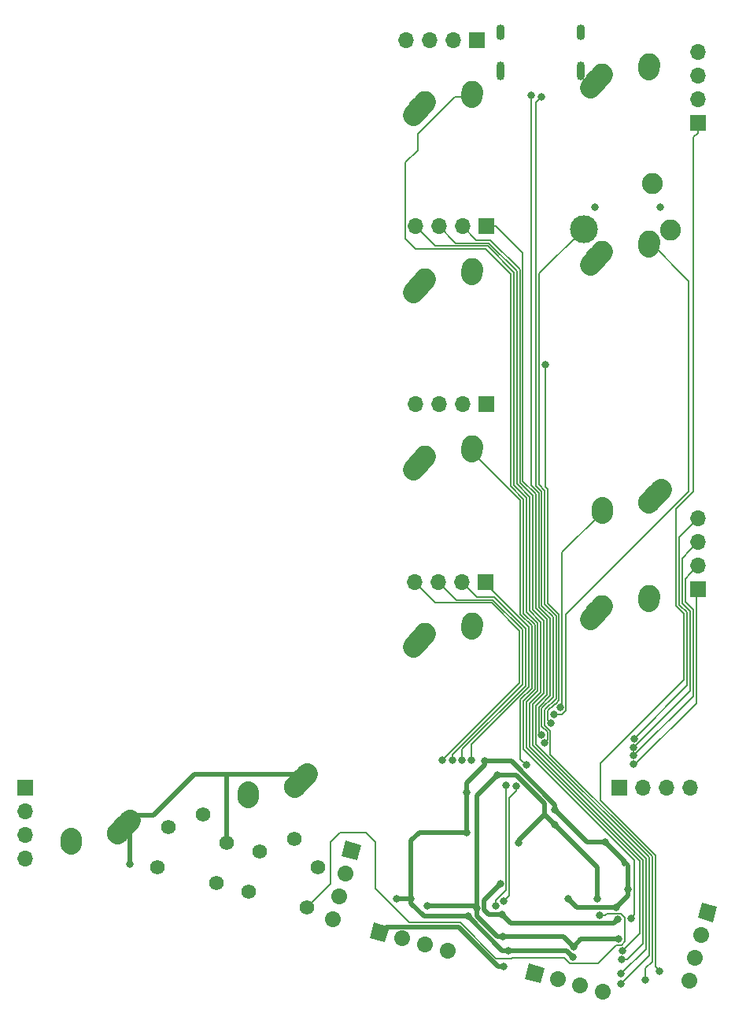
<source format=gbr>
G04 #@! TF.GenerationSoftware,KiCad,Pcbnew,(5.1.4)-1*
G04 #@! TF.CreationDate,2023-05-19T09:13:52-04:00*
G04 #@! TF.ProjectId,ThumbsUp,5468756d-6273-4557-902e-6b696361645f,rev?*
G04 #@! TF.SameCoordinates,Original*
G04 #@! TF.FileFunction,Copper,L1,Top*
G04 #@! TF.FilePolarity,Positive*
%FSLAX46Y46*%
G04 Gerber Fmt 4.6, Leading zero omitted, Abs format (unit mm)*
G04 Created by KiCad (PCBNEW (5.1.4)-1) date 2023-05-19 09:13:52*
%MOMM*%
%LPD*%
G04 APERTURE LIST*
%ADD10C,1.575000*%
%ADD11O,1.700000X1.700000*%
%ADD12R,1.700000X1.700000*%
%ADD13C,2.250000*%
%ADD14C,2.250000*%
%ADD15O,0.900000X1.700000*%
%ADD16O,0.900000X2.000000*%
%ADD17C,1.700000*%
%ADD18C,1.700000*%
%ADD19C,0.100000*%
%ADD20C,0.800000*%
%ADD21C,3.000000*%
%ADD22C,0.200000*%
%ADD23C,0.500000*%
G04 APERTURE END LIST*
D10*
X85447277Y-456655373D03*
X87998928Y-459674326D03*
X86826658Y-464018953D03*
X81723356Y-457981047D03*
X80551086Y-462325674D03*
X75669532Y-454055373D03*
X78221183Y-457074326D03*
X77048913Y-461418953D03*
X71945611Y-455381047D03*
X70773341Y-459725674D03*
D11*
X97510000Y-370820000D03*
X100050000Y-370820000D03*
X102590000Y-370820000D03*
D12*
X105130000Y-370820000D03*
D13*
X99532789Y-415512952D03*
X98877790Y-416242952D03*
D14*
X98222789Y-416972952D02*
X99532791Y-415512952D01*
D13*
X104572789Y-414432952D03*
X104552789Y-414722952D03*
D14*
X104532789Y-415012952D02*
X104572789Y-414432952D01*
D13*
X118582790Y-374420000D03*
X117927791Y-375150000D03*
D14*
X117272790Y-375880000D02*
X118582792Y-374420000D01*
D13*
X123622790Y-373340000D03*
X123602790Y-373630000D03*
D14*
X123582790Y-373920000D02*
X123622790Y-373340000D01*
D13*
X99532790Y-377400000D03*
X98877791Y-378130000D03*
D14*
X98222790Y-378860000D02*
X99532792Y-377400000D01*
D13*
X104572790Y-376320000D03*
X104552790Y-376610000D03*
D14*
X104532790Y-376900000D02*
X104572790Y-376320000D01*
D13*
X118582789Y-431562952D03*
X117927790Y-432292952D03*
D14*
X117272789Y-433022952D02*
X118582791Y-431562952D01*
D13*
X123622789Y-430482952D03*
X123602789Y-430772952D03*
D14*
X123582789Y-431062952D02*
X123622789Y-430482952D01*
D13*
X123582789Y-420512952D03*
X124237788Y-419782952D03*
D14*
X124892789Y-419052952D02*
X123582787Y-420512952D01*
D13*
X118542789Y-421592952D03*
X118562789Y-421302952D03*
D14*
X118582789Y-421012952D02*
X118542789Y-421592952D01*
D13*
X123602790Y-392672952D03*
D14*
X123582790Y-392962952D02*
X123622790Y-392382952D01*
D13*
X123622790Y-392382952D03*
X117927791Y-394192952D03*
D14*
X117272790Y-394922952D02*
X118582792Y-393462952D01*
D13*
X118582790Y-393462952D03*
X99532790Y-434562952D03*
X98877791Y-435292952D03*
D14*
X98222790Y-436022952D02*
X99532792Y-434562952D01*
D13*
X104572790Y-433482952D03*
X104552790Y-433772952D03*
D14*
X104532790Y-434062952D02*
X104572790Y-433482952D01*
D13*
X104552790Y-395672952D03*
D14*
X104532790Y-395962952D02*
X104572790Y-395382952D01*
D13*
X104572790Y-395382952D03*
X98877791Y-397192952D03*
D14*
X98222790Y-397922952D02*
X99532792Y-396462952D01*
D13*
X99532790Y-396462952D03*
X85482789Y-451062953D03*
X86137788Y-450332953D03*
D14*
X86792789Y-449602953D02*
X85482787Y-451062953D01*
D13*
X80442789Y-452142953D03*
X80462789Y-451852953D03*
D14*
X80482789Y-451562953D02*
X80442789Y-452142953D01*
D13*
X66432789Y-456062952D03*
X67087788Y-455332952D03*
D14*
X67742789Y-454602952D02*
X66432787Y-456062952D01*
D13*
X61392789Y-457142952D03*
X61412789Y-456852952D03*
D14*
X61432789Y-456562952D02*
X61392789Y-457142952D01*
D15*
X116300000Y-369925000D03*
X107660000Y-369925000D03*
D16*
X116300000Y-374095000D03*
X107660000Y-374095000D03*
D17*
X101993144Y-468685154D03*
D18*
X101993144Y-468685154D02*
X101993144Y-468685154D01*
D17*
X99539692Y-468027754D03*
D18*
X99539692Y-468027754D02*
X99539692Y-468027754D01*
D17*
X97086241Y-467370353D03*
D18*
X97086241Y-467370353D02*
X97086241Y-467370353D01*
D17*
X94632789Y-466712953D03*
D19*
G36*
X95233830Y-467753986D02*
G01*
X93591756Y-467313994D01*
X94031748Y-465671920D01*
X95673822Y-466111912D01*
X95233830Y-467753986D01*
X95233830Y-467753986D01*
G37*
D20*
X117800000Y-388725000D03*
X124800000Y-388725000D03*
D13*
X124000000Y-386200000D03*
D21*
X116600000Y-391125000D03*
D13*
X125900000Y-391250000D03*
D11*
X128876095Y-372098305D03*
X128876095Y-374638305D03*
X128876095Y-377178305D03*
D12*
X128876095Y-379718305D03*
D11*
X128940599Y-422224893D03*
X128940599Y-424764893D03*
X128940599Y-427304893D03*
D12*
X128940599Y-429844893D03*
D11*
X128068428Y-451181322D03*
X125528428Y-451181322D03*
X122988428Y-451181322D03*
D12*
X120448428Y-451181322D03*
D17*
X89627956Y-465271820D03*
D18*
X89627956Y-465271820D02*
X89627956Y-465271820D01*
D17*
X90285356Y-462818368D03*
D18*
X90285356Y-462818368D02*
X90285356Y-462818368D01*
D17*
X90942757Y-460364917D03*
D18*
X90942757Y-460364917D02*
X90942757Y-460364917D01*
D17*
X91600157Y-457911465D03*
D19*
G36*
X90559124Y-458512506D02*
G01*
X90999116Y-456870432D01*
X92641190Y-457310424D01*
X92201198Y-458952498D01*
X90559124Y-458512506D01*
X90559124Y-458512506D01*
G37*
D11*
X56532789Y-458812952D03*
X56532789Y-456272952D03*
X56532789Y-453732952D03*
D12*
X56532789Y-451192952D03*
D11*
X98376974Y-429020972D03*
X100916974Y-429020972D03*
X103456974Y-429020972D03*
D12*
X105996974Y-429020972D03*
D11*
X98509278Y-390818375D03*
X101049278Y-390818375D03*
X103589278Y-390818375D03*
D12*
X106129278Y-390818375D03*
D11*
X98534161Y-409935202D03*
X101074161Y-409935202D03*
X103614161Y-409935202D03*
D12*
X106154161Y-409935202D03*
D17*
X118693145Y-473085153D03*
D18*
X118693145Y-473085153D02*
X118693145Y-473085153D01*
D17*
X116239693Y-472427753D03*
D18*
X116239693Y-472427753D02*
X116239693Y-472427753D01*
D17*
X113786242Y-471770352D03*
D18*
X113786242Y-471770352D02*
X113786242Y-471770352D01*
D17*
X111332790Y-471112952D03*
D19*
G36*
X110731749Y-470071919D02*
G01*
X112373823Y-470511911D01*
X111933831Y-472153985D01*
X110291757Y-471713993D01*
X110731749Y-470071919D01*
X110731749Y-470071919D01*
G37*
D17*
X127932789Y-471912952D03*
D18*
X127932789Y-471912952D02*
X127932789Y-471912952D01*
D17*
X128590189Y-469459500D03*
D18*
X128590189Y-469459500D02*
X128590189Y-469459500D01*
D17*
X129247590Y-467006049D03*
D18*
X129247590Y-467006049D02*
X129247590Y-467006049D01*
D17*
X129904990Y-464552597D03*
D19*
G36*
X128863957Y-465153638D02*
G01*
X129303949Y-463511564D01*
X130946023Y-463951556D01*
X130506031Y-465593630D01*
X128863957Y-465153638D01*
X128863957Y-465153638D01*
G37*
D20*
X110975000Y-376725000D03*
X112062065Y-445485431D03*
X112075000Y-376875000D03*
X112360037Y-446363248D03*
X107787880Y-464802836D03*
X120300000Y-465325002D03*
X107620979Y-461501191D03*
X107966595Y-463325603D03*
X109350000Y-450950000D03*
X107146000Y-463880000D03*
X108276702Y-450945568D03*
X104163969Y-465000283D03*
X96490000Y-463070000D03*
X98030000Y-463070000D03*
X104040000Y-455960000D03*
X114900000Y-463100000D03*
X104036356Y-451656032D03*
X113500000Y-453550002D03*
X118875000Y-457025000D03*
X115455864Y-469344136D03*
X121399988Y-462100000D03*
X120125365Y-464045989D03*
X67742789Y-459332211D03*
X105930000Y-448280000D03*
X108508655Y-468645979D03*
X108000000Y-470400000D03*
X123250000Y-471850000D03*
X121950145Y-448655167D03*
X121947694Y-447728169D03*
X121964373Y-446801317D03*
X122000000Y-445875000D03*
X104500000Y-448199964D03*
X103519894Y-448199964D03*
X102466731Y-448199964D03*
X101422667Y-448199964D03*
X112475000Y-405650000D03*
X113050960Y-444197171D03*
X110450000Y-448725000D03*
X113370109Y-443299718D03*
X114078676Y-442527828D03*
X105083989Y-464130749D03*
X109624021Y-457092000D03*
X107908000Y-467182000D03*
X118068356Y-463081644D03*
X99800000Y-463835000D03*
X113500000Y-455125000D03*
X120350000Y-467450000D03*
X115503153Y-468225008D03*
X107300000Y-449770000D03*
X118333617Y-464859428D03*
X120625000Y-472200000D03*
X120625008Y-471175008D03*
X120708320Y-469613376D03*
X120802344Y-468691144D03*
X121679012Y-465173740D03*
X124776999Y-470875000D03*
D22*
X111762066Y-445185432D02*
X112062065Y-445485431D01*
X112970110Y-432945483D02*
X112970110Y-441277151D01*
X111762066Y-442485195D02*
X111762066Y-445185432D01*
X110975000Y-376725000D02*
X110975000Y-418680385D01*
X110975000Y-418680385D02*
X111762066Y-419467451D01*
X111762066Y-419467451D02*
X111762066Y-431737439D01*
X112970110Y-441277151D02*
X111762066Y-442485195D01*
X111762066Y-431737439D02*
X112970110Y-432945483D01*
X112689067Y-446034218D02*
X112360037Y-446363248D01*
X112075000Y-376875000D02*
X111489077Y-377460923D01*
X111489077Y-377460923D02*
X111489077Y-418731999D01*
X111489077Y-418731999D02*
X112089077Y-419331999D01*
X112089077Y-419331999D02*
X112089077Y-431601987D01*
X112089077Y-431601987D02*
X113297121Y-432810031D01*
X113297121Y-432810031D02*
X113297121Y-441412603D01*
X113297121Y-441412603D02*
X112089077Y-442620647D01*
X112089077Y-442620647D02*
X112089077Y-444584479D01*
X112689067Y-445184469D02*
X112689067Y-446034218D01*
X112089077Y-444584479D02*
X112689067Y-445184469D01*
D23*
X119875003Y-465749999D02*
X120300000Y-465325002D01*
X107787880Y-464802836D02*
X108735043Y-465749999D01*
X108735043Y-465749999D02*
X119875003Y-465749999D01*
X105860999Y-463261171D02*
X107620979Y-461501191D01*
X106410874Y-464802836D02*
X105860999Y-464252961D01*
X105860999Y-464252961D02*
X105860999Y-463261171D01*
X107787880Y-464802836D02*
X106410874Y-464802836D01*
D22*
X109350000Y-451515685D02*
X109350000Y-450950000D01*
X107966595Y-463325603D02*
X108575000Y-462717198D01*
X108575000Y-462717198D02*
X108575000Y-452290685D01*
X108575000Y-452290685D02*
X109350000Y-451515685D01*
X108247989Y-450974281D02*
X108276702Y-450945568D01*
X108247989Y-462141170D02*
X108247989Y-450974281D01*
X107146000Y-463880000D02*
X107146000Y-463243159D01*
X107146000Y-463243159D02*
X108247989Y-462141170D01*
D23*
X98030000Y-463070000D02*
X96490000Y-463070000D01*
X98890000Y-455960000D02*
X98030000Y-456820000D01*
X104040000Y-455960000D02*
X98890000Y-455960000D01*
X98030000Y-456820000D02*
X98030000Y-463070000D01*
X113500000Y-453550002D02*
X116974998Y-457025000D01*
X116974998Y-457025000D02*
X118875000Y-457025000D01*
X120800000Y-458950000D02*
X120900000Y-459050000D01*
X120900000Y-459050000D02*
X118875000Y-457025000D01*
X120900000Y-459050000D02*
X121399988Y-459549988D01*
X121399988Y-459549988D02*
X121399988Y-462100000D01*
X115845989Y-464045989D02*
X120125365Y-464045989D01*
X121399988Y-462771366D02*
X120125365Y-464045989D01*
X114900000Y-463100000D02*
X115845989Y-464045989D01*
X121399988Y-462100000D02*
X121399988Y-462771366D01*
X120900000Y-459400000D02*
X120900000Y-459050000D01*
X67742789Y-454602952D02*
X67742789Y-459332211D01*
X108795683Y-448280000D02*
X105930000Y-448280000D01*
X113500000Y-452984317D02*
X108795683Y-448280000D01*
X113500000Y-453550002D02*
X113500000Y-452984317D01*
X105930000Y-448719962D02*
X105930000Y-448280000D01*
X104040000Y-455960000D02*
X104040000Y-450609962D01*
X104040000Y-450609962D02*
X105930000Y-448719962D01*
X86792789Y-449752953D02*
X86792789Y-449602953D01*
X86739836Y-449700000D02*
X86792789Y-449752953D01*
X70300000Y-454100000D02*
X74700000Y-449700000D01*
X67742789Y-454602952D02*
X68245741Y-454100000D01*
X68245741Y-454100000D02*
X70300000Y-454100000D01*
X78221183Y-449821183D02*
X78100000Y-449700000D01*
X78221183Y-457074326D02*
X78221183Y-449821183D01*
X74700000Y-449700000D02*
X78100000Y-449700000D01*
X78100000Y-449700000D02*
X86739836Y-449700000D01*
X104163969Y-465000283D02*
X107809665Y-468645979D01*
X107942970Y-468645979D02*
X108508655Y-468645979D01*
X107809665Y-468645979D02*
X107942970Y-468645979D01*
X109074340Y-468645979D02*
X108508655Y-468645979D01*
X114757707Y-468645979D02*
X109074340Y-468645979D01*
X115455864Y-469344136D02*
X114757707Y-468645979D01*
X98030000Y-463635685D02*
X98030000Y-463070000D01*
X99394598Y-465000283D02*
X98030000Y-463635685D01*
X104163969Y-465000283D02*
X99394598Y-465000283D01*
X107403406Y-470400000D02*
X108000000Y-470400000D01*
X103146758Y-466143352D02*
X107403406Y-470400000D01*
X95356648Y-466143352D02*
X103146758Y-466143352D01*
X94632789Y-466712953D02*
X94787047Y-466712953D01*
X94787047Y-466712953D02*
X95356648Y-466143352D01*
D22*
X123947989Y-469852011D02*
X123250000Y-470550000D01*
X113016078Y-447578764D02*
X123947989Y-458510675D01*
X113016078Y-445049017D02*
X113016078Y-447578764D01*
X112416088Y-444449027D02*
X113016078Y-445049017D01*
X123947989Y-458510675D02*
X123947989Y-469852011D01*
X112416088Y-442756099D02*
X112416088Y-444449027D01*
X113624132Y-441548055D02*
X112416088Y-442756099D01*
X111816088Y-395908912D02*
X111816088Y-418596547D01*
X116600000Y-391125000D02*
X111816088Y-395908912D01*
X111816088Y-418596547D02*
X112416088Y-419196547D01*
X112416088Y-419196547D02*
X112416088Y-431466535D01*
X112416088Y-431466535D02*
X113624132Y-432674579D01*
X123250000Y-470550000D02*
X123250000Y-471850000D01*
X113624132Y-432674579D02*
X113624132Y-441548055D01*
X128700000Y-430085492D02*
X128940599Y-429844893D01*
X121950145Y-448655167D02*
X122144833Y-448655167D01*
X122144833Y-448655167D02*
X128700000Y-442100000D01*
X128700000Y-442100000D02*
X128700000Y-430085492D01*
X121947694Y-447728169D02*
X128372989Y-441302874D01*
X127554022Y-428691470D02*
X128090600Y-428154892D01*
X128372989Y-432023065D02*
X127554022Y-431204098D01*
X128372989Y-441302874D02*
X128372989Y-432023065D01*
X127554022Y-431204098D02*
X127554022Y-428691470D01*
X128090600Y-428154892D02*
X128940599Y-427304893D01*
X128090600Y-425614892D02*
X128940599Y-424764893D01*
X127227011Y-431339550D02*
X127227011Y-426478481D01*
X121964373Y-446801317D02*
X128045978Y-440719712D01*
X128045978Y-440719712D02*
X128045978Y-432158517D01*
X128045978Y-432158517D02*
X127227011Y-431339550D01*
X127227011Y-426478481D02*
X128090600Y-425614892D01*
X127718967Y-432293969D02*
X126900000Y-431475002D01*
X126900000Y-424265492D02*
X128090600Y-423074892D01*
X127718967Y-440156033D02*
X127718967Y-432293969D01*
X128090600Y-423074892D02*
X128940599Y-422224893D01*
X126900000Y-431475002D02*
X126900000Y-424265492D01*
X122000000Y-445875000D02*
X127718967Y-440156033D01*
X105879028Y-429020972D02*
X105996974Y-429020972D01*
X105996974Y-429209585D02*
X105996974Y-429020972D01*
X104500000Y-446510020D02*
X110681033Y-440328987D01*
X104500000Y-448199964D02*
X104500000Y-446510020D01*
X110681033Y-433893644D02*
X105996974Y-429209585D01*
X110681033Y-440328987D02*
X110681033Y-433893644D01*
X105081980Y-430645978D02*
X103456974Y-429020972D01*
X106970904Y-430645978D02*
X105081980Y-430645978D01*
X110354022Y-434029096D02*
X106970904Y-430645978D01*
X110354022Y-440193535D02*
X110354022Y-434029096D01*
X103519894Y-448199964D02*
X103519894Y-447027663D01*
X103519894Y-447027663D02*
X110354022Y-440193535D01*
X102868991Y-430972989D02*
X100916974Y-429020972D01*
X102466731Y-447618363D02*
X110027011Y-440058083D01*
X102466731Y-448199964D02*
X102466731Y-447618363D01*
X110027011Y-440058083D02*
X110027011Y-434164548D01*
X110027011Y-434164548D02*
X106835452Y-430972989D01*
X106835452Y-430972989D02*
X102868991Y-430972989D01*
X100656002Y-431300000D02*
X98376974Y-429020972D01*
X109700000Y-439922631D02*
X109700000Y-434300000D01*
X109700000Y-434300000D02*
X106700000Y-431300000D01*
X101422667Y-448199964D02*
X109700000Y-439922631D01*
X106700000Y-431300000D02*
X100656002Y-431300000D01*
X105152790Y-395962952D02*
X104532790Y-395962952D01*
X112743099Y-443889310D02*
X113050960Y-444197171D01*
X113652394Y-442068018D02*
X113395123Y-442239529D01*
X113951143Y-432539127D02*
X113951143Y-441769269D01*
X113395123Y-442239529D02*
X112743099Y-442891551D01*
X112743099Y-431331083D02*
X113951143Y-432539127D01*
X112475000Y-405650000D02*
X112475000Y-418792996D01*
X112475000Y-418792996D02*
X112743099Y-419061095D01*
X112743099Y-442891551D02*
X112743099Y-443889310D01*
X113951143Y-441769269D02*
X113652394Y-442068018D01*
X112743099Y-419061095D02*
X112743099Y-431331083D01*
X111008044Y-433758192D02*
X111008044Y-440464439D01*
X109800000Y-432550149D02*
X111008044Y-433758192D01*
X109800000Y-448075000D02*
X110450000Y-448725000D01*
X104532789Y-415012952D02*
X109800000Y-420280163D01*
X111008044Y-440464439D02*
X109800000Y-441672483D01*
X109800000Y-420280163D02*
X109800000Y-432550149D01*
X109800000Y-441672483D02*
X109800000Y-448075000D01*
X114705677Y-432544323D02*
X114705677Y-442828789D01*
X114705677Y-442828789D02*
X114234748Y-443299718D01*
X127922989Y-419327011D02*
X114705677Y-432544323D01*
X127922989Y-396683151D02*
X127922989Y-419327011D01*
X114234748Y-443299718D02*
X113370109Y-443299718D01*
X123622790Y-392382952D02*
X127922989Y-396683151D01*
X114278154Y-442328350D02*
X114078676Y-442527828D01*
X118542789Y-421592952D02*
X114278154Y-425857587D01*
X114278154Y-425857587D02*
X114278154Y-442328350D01*
D23*
X104788240Y-463835000D02*
X105083989Y-464130749D01*
X99800000Y-463835000D02*
X104788240Y-463835000D01*
X107342315Y-467182000D02*
X105083989Y-464923674D01*
X107908000Y-467182000D02*
X107342315Y-467182000D01*
X105083989Y-464923674D02*
X105083989Y-464130749D01*
X118068356Y-459693356D02*
X113500000Y-455125000D01*
X118068356Y-463081644D02*
X118068356Y-459693356D01*
X109624021Y-456848979D02*
X112424000Y-454049000D01*
X109624021Y-457092000D02*
X109624021Y-456848979D01*
X113500000Y-455125000D02*
X112424000Y-454049000D01*
X120350000Y-467450000D02*
X116278161Y-467450000D01*
X114460145Y-467182000D02*
X115503153Y-468225008D01*
X116278161Y-467450000D02*
X115503153Y-468225008D01*
X107908000Y-467182000D02*
X114460145Y-467182000D01*
X109369964Y-449770000D02*
X107300000Y-449770000D01*
X112424000Y-452824036D02*
X109369964Y-449770000D01*
X105083989Y-451986011D02*
X107300000Y-449770000D01*
X105083989Y-464130749D02*
X105083989Y-451986011D01*
X112424000Y-454049000D02*
X112424000Y-452824036D01*
D22*
X86826658Y-464018953D02*
X86351651Y-464018953D01*
X86351651Y-464018953D02*
X86251651Y-463918953D01*
X89400000Y-461445611D02*
X86826658Y-464018953D01*
X89400000Y-457000000D02*
X89400000Y-461445611D01*
X90394000Y-456006000D02*
X89400000Y-457000000D01*
X93176000Y-456006000D02*
X90394000Y-456006000D01*
X94192000Y-457022000D02*
X93176000Y-456006000D01*
X94192000Y-461992000D02*
X94192000Y-457022000D01*
X121052002Y-467700962D02*
X120675962Y-468077002D01*
X121052002Y-465099040D02*
X121052002Y-467700962D01*
X120625961Y-464672999D02*
X121052002Y-465099040D01*
X119085731Y-464672999D02*
X120625961Y-464672999D01*
X118333617Y-464859428D02*
X118899302Y-464859428D01*
X120074038Y-468077002D02*
X118124039Y-470027001D01*
X118899302Y-464859428D02*
X119085731Y-464672999D01*
X120675962Y-468077002D02*
X120074038Y-468077002D01*
X118124039Y-470027001D02*
X115099039Y-470027001D01*
X107168810Y-469490810D02*
X103336000Y-465658000D01*
X115099039Y-470027001D02*
X114540038Y-469468000D01*
X108809617Y-469490810D02*
X107168810Y-469490810D01*
X114540038Y-469468000D02*
X108832427Y-469468000D01*
X108832427Y-469468000D02*
X108809617Y-469490810D01*
X103336000Y-465658000D02*
X97858000Y-465658000D01*
X97858000Y-465658000D02*
X94192000Y-461992000D01*
X107179278Y-390818375D02*
X106129278Y-390818375D01*
X111435055Y-442349740D02*
X112643099Y-441141699D01*
X120625000Y-472200000D02*
X123620978Y-469204022D01*
X123620978Y-458646127D02*
X111435055Y-446460204D01*
X111435055Y-431872892D02*
X111435055Y-419602903D01*
X111435055Y-419602903D02*
X110050000Y-418217848D01*
X112643099Y-441141699D02*
X112643099Y-433080936D01*
X110050000Y-393689097D02*
X107179278Y-390818375D01*
X123620978Y-469204022D02*
X123620978Y-458646127D01*
X112643099Y-433080936D02*
X111435055Y-431872892D01*
X111435055Y-446460204D02*
X111435055Y-442349740D01*
X110050000Y-418217848D02*
X110050000Y-393689097D01*
X105064870Y-392293967D02*
X103589278Y-390818375D01*
X106531507Y-392293967D02*
X105064870Y-392293967D01*
X111108044Y-446595656D02*
X111108044Y-442214290D01*
X123293967Y-468506049D02*
X123293967Y-458781579D01*
X120625008Y-471175008D02*
X123293967Y-468506049D01*
X109722989Y-395485449D02*
X106531507Y-392293967D01*
X109722989Y-418353300D02*
X109722989Y-395485449D01*
X111108044Y-419738355D02*
X109722989Y-418353300D01*
X111108044Y-432008344D02*
X111108044Y-419738355D01*
X112316087Y-433216382D02*
X111108044Y-432008344D01*
X112316088Y-441006247D02*
X112316087Y-433216382D01*
X111108044Y-442214290D02*
X112316088Y-441006247D01*
X123293967Y-458781579D02*
X111108044Y-446595656D01*
X106396055Y-392620978D02*
X109395978Y-395620901D01*
X109395978Y-395620901D02*
X109395978Y-418488752D01*
X110781033Y-432143796D02*
X111989077Y-433351836D01*
X122966956Y-458917031D02*
X122966956Y-467920425D01*
X121274005Y-469613376D02*
X120708320Y-469613376D01*
X110781033Y-442078839D02*
X110781033Y-446731108D01*
X122966956Y-467920425D02*
X121274005Y-469613376D01*
X110781033Y-446731108D02*
X122966956Y-458917031D01*
X111989077Y-440870795D02*
X110781033Y-442078839D01*
X111989077Y-433351836D02*
X111989077Y-440870795D01*
X110781033Y-419873807D02*
X110781033Y-432143796D01*
X109395978Y-418488752D02*
X110781033Y-419873807D01*
X102851881Y-392620978D02*
X106396055Y-392620978D01*
X101049278Y-390818375D02*
X102851881Y-392620978D01*
X98509278Y-390818375D02*
X100638892Y-392947989D01*
X109068967Y-395756353D02*
X109068967Y-418624204D01*
X109068967Y-418624204D02*
X110454022Y-420009259D01*
X111662066Y-433487288D02*
X111662066Y-440735343D01*
X106260603Y-392947989D02*
X109068967Y-395756353D01*
X100638892Y-392947989D02*
X106260603Y-392947989D01*
X122639945Y-466853543D02*
X120802344Y-468691144D01*
X111662066Y-440735343D02*
X110454022Y-441943387D01*
X122639945Y-459052483D02*
X122639945Y-466853543D01*
X110454022Y-441943387D02*
X110454022Y-446866560D01*
X110454022Y-446866560D02*
X122639945Y-459052483D01*
X110454022Y-432279247D02*
X111662066Y-433487288D01*
X110454022Y-420009259D02*
X110454022Y-432279247D01*
X102700000Y-376900000D02*
X104532790Y-376900000D01*
X98750000Y-380850000D02*
X102700000Y-376900000D01*
X110127011Y-447002011D02*
X110127011Y-441807934D01*
X110127011Y-441807934D02*
X111335055Y-440599891D01*
X122079011Y-458954011D02*
X110127011Y-447002011D01*
X106075000Y-393275000D02*
X98525000Y-393275000D01*
X121679012Y-465173740D02*
X122079011Y-464773741D01*
X108741956Y-395941956D02*
X106075000Y-393275000D01*
X122079011Y-464773741D02*
X122079011Y-458954011D01*
X110127011Y-432414698D02*
X110127011Y-420144711D01*
X97432277Y-383967723D02*
X98750000Y-382650000D01*
X111335055Y-433622740D02*
X110127011Y-432414698D01*
X110127011Y-420144711D02*
X108741956Y-418759656D01*
X108741956Y-418759656D02*
X108741956Y-395941956D01*
X97432277Y-392182277D02*
X97432277Y-383967723D01*
X111335055Y-440599891D02*
X111335055Y-433622740D01*
X98525000Y-393275000D02*
X97432277Y-392182277D01*
X98750000Y-382650000D02*
X98750000Y-380850000D01*
X128400000Y-381244400D02*
X128876095Y-380768305D01*
X128400000Y-419312461D02*
X128400000Y-381244400D01*
X126550000Y-421162461D02*
X128400000Y-419312461D01*
X126550000Y-431587460D02*
X126550000Y-421162461D01*
X127391956Y-432429416D02*
X126550000Y-431587460D01*
X124300000Y-470398001D02*
X124300000Y-458400223D01*
X128876095Y-380768305D02*
X128876095Y-379718305D01*
X124776999Y-470875000D02*
X124300000Y-470398001D01*
X124300000Y-458400223D02*
X118400000Y-452500223D01*
X118400000Y-452500223D02*
X118400000Y-448547038D01*
X118400000Y-448547038D02*
X127391956Y-439555082D01*
X127391956Y-439555082D02*
X127391956Y-432429416D01*
M02*

</source>
